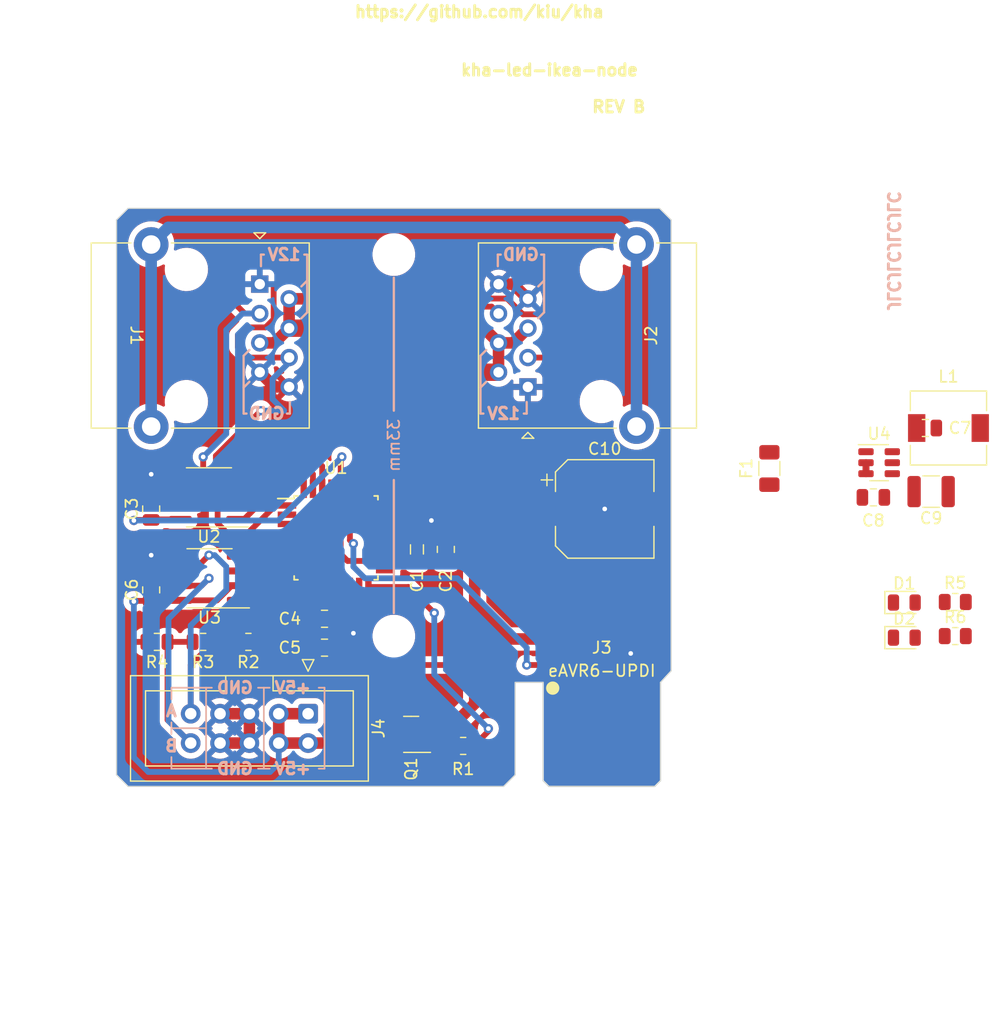
<source format=kicad_pcb>
(kicad_pcb (version 20221018) (generator pcbnew)
  (layers (0 "F.Cu" signal) (31 "B.Cu" signal) (34 "B.Paste" user) (35 "F.Paste" user) (36 "B.SilkS" user "B.Silkscreen") (37 "F.SilkS" user "F.Silkscreen") (38 "B.Mask" user) (39 "F.Mask" user) (44 "Edge.Cuts" user))
  (net 0 "")
  (net 1 "+5V")
  (net 2 "GND")
  (net 3 "UPDI")
  (net 4 "LED_TX")
  (net 5 "BUS_RX")
  (net 6 "BUS_DIR")
  (net 7 "BUS_TX")
  (net 8 "LED_EN")
  (net 9 "Net-(Q1-G)")
  (net 25 "+12V")
  (net 27 "485A")
  (net 28 "485B")
  (net 33 "Net-(J4-Pin_1)")
  (net 34 "Net-(U4-SW)")
  (net 35 "Net-(U4-BST)")
  (net 36 "Net-(U4-EN)")
  (net 37 "Net-(J1-PadSH)")
  (net 38 "Net-(J4-Pin_9)")
  (net 39 "Net-(J4-Pin_10)")
  (net 40 "Net-(D1-K)")
  (net 41 "Net-(D1-A)")
  (net 42 "Net-(D2-K)")
  (net 43 "Net-(D2-A)")
  (footprint "Resistor_SMD:R_0805_2012Metric" (layer "F.Cu") (at 97.5 75.5 180)
    (fp_text reference "R3" (at 0 -1.75 180) (layer "F.SilkS"))
    (fp_text value "R")
    (pad "1" smd roundrect (at -0.9125 0 180) (size 1.025 1.4) (layers "F.Cu" "F.Paste" "F.Mask") (roundrect_rratio 0.243902) (net 38 "Net-(J4-Pin_9)"))
    (pad "2" smd roundrect (at 0.9125 0 180) (size 1.025 1.4) (layers "F.Cu" "F.Paste" "F.Mask") (roundrect_rratio 0.243902) (net 39 "Net-(J4-Pin_10)"))
  )
  (footprint "Capacitor_SMD:C_1210_3225Metric" (layer "F.Cu") (at 160.5 62.5 180)
    (fp_text reference "C9" (at 0 -2.3 180) (layer "F.SilkS"))
    (fp_text value "47uF")
    (pad "1" smd roundrect (at -1.475 0 180) (size 1.15 2.7) (layers "F.Cu" "F.Paste" "F.Mask") (roundrect_rratio 0.217391) (net 1 "+5V"))
    (pad "2" smd roundrect (at 1.475 0 180) (size 1.15 2.7) (layers "F.Cu" "F.Paste" "F.Mask") (roundrect_rratio 0.217391) (net 2 "GND"))
  )
  (footprint "Resistor_SMD:R_0805_2012Metric" (layer "F.Cu") (at 93.5 75.5 180)
    (fp_text reference "R4" (at 0 -1.75 180) (layer "F.SilkS"))
    (fp_text value "R")
    (pad "1" smd roundrect (at -0.9125 0 180) (size 1.025 1.4) (layers "F.Cu" "F.Paste" "F.Mask") (roundrect_rratio 0.243902) (net 39 "Net-(J4-Pin_10)"))
    (pad "2" smd roundrect (at 0.9125 0 180) (size 1.025 1.4) (layers "F.Cu" "F.Paste" "F.Mask") (roundrect_rratio 0.243902) (net 2 "GND"))
  )
  (footprint "Capacitor_SMD:CP_Elec_8x10" (layer "F.Cu") (at 132.25 64)
    (fp_text reference "C10" (at 0 -5.2) (layer "F.SilkS"))
    (fp_text value "470uF")
    (pad "1" smd roundrect (at -3.25 0) (size 3.5 2.5) (layers "F.Cu" "F.Paste" "F.Mask") (roundrect_rratio 0.1) (net 1 "+5V"))
    (pad "2" smd roundrect (at 3.25 0) (size 3.5 2.5) (layers "F.Cu" "F.Paste" "F.Mask") (roundrect_rratio 0.1) (net 2 "GND"))
  )
  (footprint "Fuse:Fuse_1206_3216Metric" (layer "F.Cu") (at 146.5 60.5 -90)
    (fp_text reference "F1" (at 0 2 90) (layer "F.SilkS"))
    (fp_text value "Polyfuse")
    (pad "1" smd roundrect (at -1.4 0 270) (size 1.25 1.75) (layers "F.Cu" "F.Paste" "F.Mask") (roundrect_rratio 0.2) (net 36 "Net-(U4-EN)"))
    (pad "2" smd roundrect (at 1.4 0 270) (size 1.25 1.75) (layers "F.Cu" "F.Paste" "F.Mask") (roundrect_rratio 0.2) (net 25 "+12V"))
  )
  (footprint "MountingHole:MountingHole_3.2mm_M3_DIN965" (layer "F.Cu") (at 114 42)
    (fp_text reference "H1" hide)
    (fp_text value "MountingHole")
    (pad "" np_thru_hole circle (at 0 0) (size 3.2 3.2) (drill 3.2) (layers "*.Cu" "*.Mask"))
  )
  (footprint "Inductor_SMD:L_6.3x6.3_H3" (layer "F.Cu") (at 162 57)
    (fp_text reference "L1" (at 0 -4.45) (layer "F.SilkS"))
    (fp_text value "4.7uH")
    (pad "1" smd rect (at -2.75 0) (size 1.5 2.4) (layers "F.Cu" "F.Paste" "F.Mask") (net 34 "Net-(U4-SW)"))
    (pad "2" smd rect (at 2.75 0) (size 1.5 2.4) (layers "F.Cu" "F.Paste" "F.Mask") (net 1 "+5V"))
  )
  (footprint "Package_SO:SOIC-8_3.9x4.9mm_P1.27mm" (layer "F.Cu") (at 98.05 70 180)
    (fp_text reference "U3" (at 0 -3.4 180) (layer "F.SilkS"))
    (fp_text value "SP481E")
    (pad "1" smd roundrect (at -2.475 -1.905 180) (size 1.95 0.6) (layers "F.Cu" "F.Paste" "F.Mask"))
    (pad "2" smd roundrect (at -2.475 -0.635 180) (size 1.95 0.6) (layers "F.Cu" "F.Paste" "F.Mask") (net 33 "Net-(J4-Pin_1)"))
    (pad "3" smd roundrect (at -2.475 0.635 180) (size 1.95 0.6) (layers "F.Cu" "F.Paste" "F.Mask") (net 33 "Net-(J4-Pin_1)"))
    (pad "4" smd roundrect (at -2.475 1.905 180) (size 1.95 0.6) (layers "F.Cu" "F.Paste" "F.Mask") (net 4 "LED_TX"))
    (pad "5" smd roundrect (at 2.475 1.905 180) (size 1.95 0.6) (layers "F.Cu" "F.Paste" "F.Mask") (net 2 "GND"))
    (pad "6" smd roundrect (at 2.475 0.635 180) (size 1.95 0.6) (layers "F.Cu" "F.Paste" "F.Mask") (net 38 "Net-(J4-Pin_9)"))
    (pad "7" smd roundrect (at 2.475 -0.635 180) (size 1.95 0.6) (layers "F.Cu" "F.Paste" "F.Mask") (net 39 "Net-(J4-Pin_10)"))
    (pad "8" smd roundrect (at 2.475 -1.905 180) (size 1.95 0.6) (layers "F.Cu" "F.Paste" "F.Mask") (net 33 "Net-(J4-Pin_1)"))
  )
  (footprint "Resistor_SMD:R_0805_2012Metric" (layer "F.Cu") (at 162.5875 72.05)
    (fp_text reference "R5" (at 0 -1.65) (layer "F.SilkS"))
    (fp_text value "R")
    (pad "1" smd roundrect (at -0.9125 0) (size 1.025 1.4) (layers "F.Cu" "F.Paste" "F.Mask") (roundrect_rratio 0.243902) (net 40 "Net-(D1-K)"))
    (pad "2" smd roundrect (at 0.9125 0) (size 1.025 1.4) (layers "F.Cu" "F.Paste" "F.Mask") (roundrect_rratio 0.243902) (net 2 "GND"))
  )
  (footprint "kiu:GDLX-S-88K" (layer "F.Cu") (at 93 49 -90)
    (fp_text reference "J1" (at 0 1.27 -90 unlocked) (layer "F.SilkS"))
    (fp_text value "RJ45_Shielded")
    (pad "" np_thru_hole circle (at -5.715 -3.048 270) (size 3.25 3.25) (drill 3.25) (layers "*.Cu" "*.Mask"))
    (pad "" np_thru_hole circle (at 5.715 -3.048 90) (size 3.25 3.25) (drill 3.25) (layers "*.Cu" "*.Mask"))
    (pad "1" thru_hole rect (at -4.445 -9.398 90) (size 1.5 1.5) (drill 0.9) (layers "*.Cu" "*.Mask") (net 2 "GND"))
    (pad "2" thru_hole circle (at -3.175 -11.938 90) (size 1.5 1.5) (drill 0.9) (layers "*.Cu" "*.Mask") (net 25 "+12V"))
    (pad "3" thru_hole circle (at -1.905 -9.398 90) (size 1.5 1.5) (drill 0.9) (layers "*.Cu" "*.Mask") (net 27 "485A"))
    (pad "4" thru_hole circle (at -0.635 -11.938 90) (size 1.5 1.5) (drill 0.9) (layers "*.Cu" "*.Mask") (net 25 "+12V"))
    (pad "5" thru_hole circle (at 0.635 -9.398 90) (size 1.5 1.5) (drill 0.9) (layers "*.Cu" "*.Mask") (net 25 "+12V"))
    (pad "6" thru_hole circle (at 1.905 -11.938 90) (size 1.5 1.5) (drill 0.9) (layers "*.Cu" "*.Mask") (net 28 "485B"))
    (pad "7" thru_hole circle (at 3.175 -9.398 90) (size 1.5 1.5) (drill 0.9) (layers "*.Cu" "*.Mask") (net 2 "GND"))
    (pad "8" thru_hole circle (at 4.445 -11.938 90) (size 1.5 1.5) (drill 0.9) (layers "*.Cu" "*.Mask") (net 2 "GND"))
    (pad "SH" thru_hole circle (at -7.874 0.002 270) (size 3 3) (drill 1.6) (layers "*.Cu" "*.Mask") (net 37 "Net-(J1-PadSH)"))
    (pad "SH" thru_hole circle (at 7.874 0 90) (size 3 3) (drill 1.6) (layers "*.Cu" "*.Mask") (net 37 "Net-(J1-PadSH)"))
  )
  (footprint "Package_TO_SOT_SMD:SOT-23" (layer "F.Cu") (at 115.5 83.5 180)
    (fp_text reference "Q1" (at 0 -3 90) (layer "F.SilkS"))
    (fp_text value "DMG2301L")
    (pad "1" smd roundrect (at -0.9375 -0.95 180) (size 1.475 0.6) (layers "F.Cu" "F.Paste" "F.Mask") (net 9 "Net-(Q1-G)"))
    (pad "2" smd roundrect (at -0.9375 0.95 180) (size 1.475 0.6) (layers "F.Cu" "F.Paste" "F.Mask") (net 1 "+5V"))
    (pad "3" smd roundrect (at 0.9375 0 180) (size 1.475 0.6) (layers "F.Cu" "F.Paste" "F.Mask") (net 33 "Net-(J4-Pin_1)"))
  )
  (footprint "LED_SMD:LED_0805_2012Metric" (layer "F.Cu") (at 158.1775 72.095)
    (fp_text reference "D1" (at 0 -1.65) (layer "F.SilkS"))
    (fp_text value "LED")
    (pad "1" smd roundrect (at -0.9375 0) (size 0.975 1.4) (layers "F.Cu" "F.Paste" "F.Mask") (net 40 "Net-(D1-K)"))
    (pad "2" smd roundrect (at 0.9375 0) (size 0.975 1.4) (layers "F.Cu" "F.Paste" "F.Mask") (net 41 "Net-(D1-A)"))
  )
  (footprint "MountingHole:MountingHole_3.2mm_M3_DIN965" (layer "F.Cu") (at 114 75)
    (fp_text reference "H2" hide)
    (fp_text value "MountingHole")
    (pad "" np_thru_hole circle (at 0 0) (size 3.2 3.2) (drill 3.2) (layers "*.Cu" "*.Mask"))
  )
  (footprint "Package_QFP:TQFP-32_7x7mm_P0.8mm" (layer "F.Cu") (at 109 66.5)
    (fp_text reference "U1" (at 0 -6.05) (layer "F.SilkS"))
    (fp_text value "AVR64DD32")
    (pad "1" smd rect (at -4.25 -2.8) (size 1.6 0.55) (layers "F.Cu" "F.Paste" "F.Mask") (net 6 "BUS_DIR"))
    (pad "2" smd rect (at -4.25 -2) (size 1.6 0.55) (layers "F.Cu" "F.Paste" "F.Mask"))
    (pad "3" smd rect (at -4.25 -1.2) (size 1.6 0.55) (layers "F.Cu" "F.Paste" "F.Mask"))
    (pad "4" smd rect (at -4.25 -0.4) (size 1.6 0.55) (layers "F.Cu" "F.Paste" "F.Mask"))
    (pad "5" smd rect (at -4.25 0.4) (size 1.6 0.55) (layers "F.Cu" "F.Paste" "F.Mask"))
    (pad "6" smd rect (at -4.25 1.2) (size 1.6 0.55) (layers "F.Cu" "F.Paste" "F.Mask") (net 4 "LED_TX"))
    (pad "7" smd rect (at -4.25 2) (size 1.6 0.55) (layers "F.Cu" "F.Paste" "F.Mask"))
    (pad "8" smd rect (at -4.25 2.8) (size 1.6 0.55) (layers "F.Cu" "F.Paste" "F.Mask"))
    (pad "9" smd rect (at -2.8 4.25 90) (size 1.6 0.55) (layers "F.Cu" "F.Paste" "F.Mask"))
    (pad "10" smd rect (at -2 4.25 90) (size 1.6 0.55) (layers "F.Cu" "F.Paste" "F.Mask") (net 1 "+5V"))
    (pad "11" smd rect (at -1.2 4.25 90) (size 1.6 0.55) (layers "F.Cu" "F.Paste" "F.Mask"))
    (pad "12" smd rect (at -0.4 4.25 90) (size 1.6 0.55) (layers "F.Cu" "F.Paste" "F.Mask"))
    (pad "13" smd rect (at 0.4 4.25 90) (size 1.6 0.55) (layers "F.Cu" "F.Paste" "F.Mask"))
    (pad "14" smd rect (at 1.2 4.25 90) (size 1.6 0.55) (layers "F.Cu" "F.Paste" "F.Mask"))
    (pad "15" smd rect (at 2 4.25 90) (size 1.6 0.55) (layers "F.Cu" "F.Paste" "F.Mask"))
    (pad "16" smd rect (at 2.8 4.25 90) (size 1.6 0.55) (layers "F.Cu" "F.Paste" "F.Mask") (net 8 "LED_EN"))
    (pad "17" smd rect (at 4.25 2.8) (size 1.6 0.55) (layers "F.Cu" "F.Paste" "F.Mask"))
    (pad "18" smd rect (at 4.25 2) (size 1.6 0.55) (layers "F.Cu" "F.Paste" "F.Mask") (net 1 "+5V"))
    (pad "19" smd rect (at 4.25 1.2) (size 1.6 0.55) (layers "F.Cu" "F.Paste" "F.Mask") (net 2 "GND"))
    (pad "20" smd rect (at 4.25 0.4) (size 1.6 0.55) (layers "F.Cu" "F.Paste" "F.Mask") (net 43 "Net-(D2-A)"))
    (pad "21" smd rect (at 4.25 -0.4) (size 1.6 0.55) (layers "F.Cu" "F.Paste" "F.Mask") (net 41 "Net-(D1-A)"))
    (pad "22" smd rect (at 4.25 -1.2) (size 1.6 0.55) (layers "F.Cu" "F.Paste" "F.Mask"))
    (pad "23" smd rect (at 4.25 -2) (size 1.6 0.55) (layers "F.Cu" "F.Paste" "F.Mask"))
    (pad "24" smd rect (at 4.25 -2.8) (size 1.6 0.55) (layers "F.Cu" "F.Paste" "F.Mask"))
    (pad "25" smd rect (at 2.8 -4.25 90) (size 1.6 0.55) (layers "F.Cu" "F.Paste" "F.Mask"))
    (pad "26" smd rect (at 2 -4.25 90) (size 1.6 0.55) (layers "F.Cu" "F.Paste" "F.Mask"))
    (pad "27" smd rect (at 1.2 -4.25 90) (size 1.6 0.55) (layers "F.Cu" "F.Paste" "F.Mask") (net 3 "UPDI"))
    (pad "28" smd rect (at 0.4 -4.25 90) (size 1.6 0.55) (layers "F.Cu" "F.Paste" "F.Mask") (net 1 "+5V"))
    (pad "29" smd rect (at -0.4 -4.25 90) (size 1.6 0.55) (layers "F.Cu" "F.Paste" "F.Mask") (net 2 "GND"))
    (pad "30" smd rect (at -1.2 -4.25 90) (size 1.6 0.55) (layers "F.Cu" "F.Paste" "F.Mask") (net 7 "BUS_TX"))
    (pad "31" smd rect (at -2 -4.25 90) (size 1.6 0.55) (layers "F.Cu" "F.Paste" "F.Mask") (net 5 "BUS_RX"))
    (pad "32" smd rect (at -2.8 -4.25 90) (size 1.6 0.55) (layers "F.Cu" "F.Paste" "F.Mask"))
  )
  (footprint "Resistor_SMD:R_0805_2012Metric" (layer "F.Cu") (at 162.5875 75)
    (fp_text reference "R6" (at 0 -1.65) (layer "F.SilkS"))
    (fp_text value "R")
    (pad "1" smd roundrect (at -0.9125 0) (size 1.025 1.4) (layers "F.Cu" "F.Paste" "F.Mask") (roundrect_rratio 0.243902) (net 42 "Net-(D2-K)"))
    (pad "2" smd roundrect (at 0.9125 0) (size 1.025 1.4) (layers "F.Cu" "F.Paste" "F.Mask") (roundrect_rratio 0.243902) (net 2 "GND"))
  )
  (footprint "Capacitor_SMD:C_0805_2012Metric" (layer "F.Cu") (at 118.5 67.5 90)
    (fp_text reference "C2" (at -2.75 0 90) (layer "F.SilkS"))
    (fp_text value "100nF")
    (pad "1" smd roundrect (at -0.95 0 90) (size 1 1.45) (layers "F.Cu" "F.Paste" "F.Mask") (net 1 "+5V"))
    (pad "2" smd roundrect (at 0.95 0 90) (size 1 1.45) (layers "F.Cu" "F.Paste" "F.Mask") (net 2 "GND"))
  )
  (footprint "Resistor_SMD:R_0805_2012Metric" (layer "F.Cu") (at 101.4125 75.5 180)
    (fp_text reference "R2" (at 0 -1.75 180) (layer "F.SilkS"))
    (fp_text value "R")
    (pad "1" smd roundrect (at -0.9125 0 180) (size 1.025 1.4) (layers "F.Cu" "F.Paste" "F.Mask") (roundrect_rratio 0.243902) (net 33 "Net-(J4-Pin_1)"))
    (pad "2" smd roundrect (at 0.9125 0 180) (size 1.025 1.4) (layers "F.Cu" "F.Paste" "F.Mask") (roundrect_rratio 0.243902) (net 38 "Net-(J4-Pin_9)"))
  )
  (footprint "Package_SO:SOIC-8_3.9x4.9mm_P1.27mm" (layer "F.Cu") (at 98 63 180)
    (fp_text reference "U2" (at 0 -3.4 180) (layer "F.SilkS"))
    (fp_text value "SP481E")
    (pad "1" smd roundrect (at -2.475 -1.905 180) (size 1.95 0.6) (layers "F.Cu" "F.Paste" "F.Mask") (net 5 "BUS_RX"))
    (pad "2" smd roundrect (at -2.475 -0.635 180) (size 1.95 0.6) (layers "F.Cu" "F.Paste" "F.Mask") (net 6 "BUS_DIR"))
    (pad "3" smd roundrect (at -2.475 0.635 180) (size 1.95 0.6) (layers "F.Cu" "F.Paste" "F.Mask") (net 6 "BUS_DIR"))
    (pad "4" smd roundrect (at -2.475 1.905 180) (size 1.95 0.6) (layers "F.Cu" "F.Paste" "F.Mask") (net 7 "BUS_TX"))
    (pad "5" smd roundrect (at 2.475 1.905 180) (size 1.95 0.6) (layers "F.Cu" "F.Paste" "F.Mask") (net 2 "GND"))
    (pad "6" smd roundrect (at 2.475 0.635 180) (size 1.95 0.6) (layers "F.Cu" "F.Paste" "F.Mask") (net 27 "485A"))
    (pad "7" smd roundrect (at 2.475 -0.635 180) (size 1.95 0.6) (layers "F.Cu" "F.Paste" "F.Mask") (net 28 "485B"))
    (pad "8" smd roundrect (at 2.475 -1.905 180) (size 1.95 0.6) (layers "F.Cu" "F.Paste" "F.Mask") (net 1 "+5V"))
  )
  (footprint "Capacitor_SMD:C_0805_2012Metric" (layer "F.Cu") (at 160 57 180)
    (fp_text reference "C7" (at -3 0) (layer "F.SilkS"))
    (fp_text value "100nF")
    (pad "1" smd roundrect (at -0.95 0 180) (size 1 1.45) (layers "F.Cu" "F.Paste" "F.Mask") (net 34 "Net-(U4-SW)"))
    (pad "2" smd roundrect (at 0.95 0 180) (size 1 1.45) (layers "F.Cu" "F.Paste" "F.Mask") (net 35 "Net-(U4-BST)"))
  )
  (footprint "Capacitor_SMD:C_0805_2012Metric" (layer "F.Cu") (at 108 73.5)
    (fp_text reference "C4" (at -3 0) (layer "F.SilkS"))
    (fp_text value "10nF")
    (pad "1" smd roundrect (at -0.95 0) (size 1 1.45) (layers "F.Cu" "F.Paste" "F.Mask") (net 1 "+5V"))
    (pad "2" smd roundrect (at 0.95 0) (size 1 1.45) (layers "F.Cu" "F.Paste" "F.Mask") (net 2 "GND"))
  )
  (footprint "Capacitor_SMD:C_0805_2012Metric" (layer "F.Cu") (at 155.5 63 180)
    (fp_text reference "C8" (at 0 -2) (layer "F.SilkS"))
    (fp_text value "10uF")
    (pad "1" smd roundrect (at -0.95 0 180) (size 1 1.45) (layers "F.Cu" "F.Paste" "F.Mask") (net 2 "GND"))
    (pad "2" smd roundrect (at 0.95 0 180) (size 1 1.45) (layers "F.Cu" "F.Paste" "F.Mask") (net 36 "Net-(U4-EN)"))
  )
  (footprint "Package_TO_SOT_SMD:TSOT-23-6" (layer "F.Cu") (at 156 60)
    (fp_text reference "U4" (at 0 -2.5) (layer "F.SilkS"))
    (fp_text value "AP63205WU")
    (pad "1" smd roundrect (at -1.1375 -0.95) (size 1.325 0.6) (layers "F.Cu" "F.Paste" "F.Mask") (net 1 "+5V"))
    (pad "2" smd roundrect (at -1.1375 0) (size 1.325 0.6) (layers "F.Cu" "F.Paste" "F.Mask") (net 36 "Net-(U4-EN)"))
    (pad "3" smd roundrect (at -1.1375 0.95) (size 1.325 0.6) (layers "F.Cu" "F.Paste" "F.Mask") (net 36 "Net-(U4-EN)"))
    (pad "4" smd roundrect (at 1.1375 0.95) (size 1.325 0.6) (layers "F.Cu" "F.Paste" "F.Mask") (net 2 "GND"))
    (pad "5" smd roundrect (at 1.1375 0) (size 1.325 0.6) (layers "F.Cu" "F.Paste" "F.Mask") (net 34 "Net-(U4-SW)"))
    (pad "6" smd roundrect (at 1.1375 -0.95) (size 1.325 0.6) (layers "F.Cu" "F.Paste" "F.Mask") (net 35 "Net-(U4-BST)"))
  )
  (footprint "Capacitor_SMD:C_0805_2012Metric" (layer "F.Cu") (at 108 76)
    (fp_text reference "C5" (at -3 0) (layer "F.SilkS"))
    (fp_text value "100nF")
    (pad "1" smd roundrect (at -0.95 0) (size 1 1.45) (layers "F.Cu" "F.Paste" "F.Mask") (net 1 "+5V"))
    (pad "2" smd roundrect (at 0.95 0) (size 1 1.45) (layers "F.Cu" "F.Paste" "F.Mask") (net 2 "GND"))
  )
  (footprint "Capacitor_SMD:C_0805_2012Metric" (layer "F.Cu") (at 93 64 90)
    (fp_text reference "C3" (at 0 -1.68 90) (layer "F.SilkS"))
    (fp_text value "100nF")
    (pad "1" smd roundrect (at -0.95 0 90) (size 1 1.45) (layers "F.Cu" "F.Paste" "F.Mask") (net 1 "+5V"))
    (pad "2" smd roundrect (at 0.95 0 90) (size 1 1.45) (layers "F.Cu" "F.Paste" "F.Mask") (net 2 "GND"))
  )
  (footprint "kiu:GDLX-S-88K" (layer "F.Cu") (at 135 49 90)
    (fp_text reference "J2" (at 0 1.27 90 unlocked) (layer "F.SilkS"))
    (fp_text value "RJ45_Shielded")
    (pad "" np_thru_hole circle (at -5.715 -3.048 90) (size 3.25 3.25) (drill 3.25) (layers "*.Cu" "*.Mask"))
    (pad "" np_thru_hole circle (at 5.715 -3.048 270) (size 3.25 3.25) (drill 3.25) (layers "*.Cu" "*.Mask"))
    (pad "1" thru_hole rect (at -4.445 -9.398 270) (size 1.5 1.5) (drill 0.9) (layers "*.Cu" "*.Mask") (net 2 "GND"))
    (pad "2" thru_hole circle (at -3.175 -11.938 270) (size 1.5 1.5) (drill 0.9) (layers "*.Cu" "*.Mask") (net 25 "+12V"))
    (pad "3" thru_hole circle (at -1.905 -9.398 270) (size 1.5 1.5) (drill 0.9) (layers "*.Cu" "*.Mask") (net 27 "485A"))
    (pad "4" thru_hole circle (at -0.635 -11.938 270) (size 1.5 1.5) (drill 0.9) (layers "*.Cu" "*.Mask") (net 25 "+12V"))
    (pad "5" thru_hole circle (at 0.635 -9.398 270) (size 1.5 1.5) (drill 0.9) (layers "*.Cu" "*.Mask") (net 25 "+12V"))
    (pad "6" thru_hole circle (at 1.905 -11.938 270) (size 1.5 1.5) (drill 0.9) (layers "*.Cu" "*.Mask") (net 28 "485B"))
    (pad "7" thru_hole circle (at 3.175 -9.398 270) (size 1.5 1.5) (drill 0.9) (layers "*.Cu" "*.Mask") (net 2 "GND"))
    (pad "8" thru_hole circle (at 4.445 -11.938 270) (size 1.5 1.5) (drill 0.9) (layers "*.Cu" "*.Mask") (net 2 "GND"))
    (pad "SH" thru_hole circle (at -7.874 0.002 90) (size 3 3) (drill 1.6) (layers "*.Cu" "*.Mask") (net 37 "Net-(J1-PadSH)"))
    (pad "SH" thru_hole circle (at 7.874 0 270) (size 3 3) (drill 1.6) (layers "*.Cu" "*.Mask") (net 37 "Net-(J1-PadSH)"))
  )
  (footprint "Inductor_SMD:L_0805_2012Metric" (layer "F.Cu") (at 116 67.5 90)
    (fp_text reference "C1" (at -2.75 0 90) (layer "F.SilkS"))
    (fp_text value "10nF")
    (pad "1" smd roundrect (at -1.0625 0 90) (size 0.875 1.2) (layers "F.Cu" "F.Paste" "F.Mask") (net 1 "+5V"))
    (pad "2" smd roundrect (at 1.0625 0 90) (size 0.875 1.2) (layers "F.Cu" "F.Paste" "F.Mask") (net 2 "GND"))
  )
  (footprint "LED_SMD:LED_0805_2012Metric" (layer "F.Cu") (at 158.1775 75.135)
    (fp_text reference "D2" (at 0 -1.65) (layer "F.SilkS"))
    (fp_text value "LED")
    (pad "1" smd roundrect (at -0.9375 0) (size 0.975 1.4) (layers "F.Cu" "F.Paste" "F.Mask") (net 42 "Net-(D2-K)"))
    (pad "2" smd roundrect (at 0.9375 0) (size 0.975 1.4) (layers "F.Cu" "F.Paste" "F.Mask") (net 43 "Net-(D2-A)"))
  )
  (footprint "Connector_IDC:IDC-Header_2x05_P2.54mm_Vertical" (layer "F.Cu") (at 106.58 81.7125 -90)
    (fp_text reference "J4" (at 1.27 -6.1 -90) (layer "F.SilkS"))
    (fp_text value "Conn_01x10")
    (pad "1" thru_hole roundrect (at 0 0 270) (size 1.7 1.7) (drill 1) (layers "*.Cu" "*.Mask") (roundrect_rratio 0.147059) (net 33 "Net-(J4-Pin_1)"))
    (pad "2" thru_hole circle (at 2.54 0 270) (size 1.7 1.7) (drill 1) (layers "*.Cu" "*.Mask") (net 33 "Net-(J4-Pin_1)"))
    (pad "3" thru_hole circle (at 0 2.54 270) (size 1.7 1.7) (drill 1) (layers "*.Cu" "*.Mask") (net 33 "Net-(J4-Pin_1)"))
    (pad "4" thru_hole circle (at 2.54 2.54 270) (size 1.7 1.7) (drill 1) (layers "*.Cu" "*.Mask") (net 33 "Net-(J4-Pin_1)"))
    (pad "5" thru_hole circle (at 0 5.08 270) (size 1.7 1.7) (drill 1) (layers "*.Cu" "*.Mask") (net 2 "GND"))
    (pad "6" thru_hole circle (at 2.54 5.08 270) (size 1.7 1.7) (drill 1) (layers "*.Cu" "*.Mask") (net 2 "GND"))
    (pad "7" thru_hole circle (at 0 7.62 270) (size 1.7 1.7) (drill 1) (layers "*.Cu" "*.Mask") (net 2 "GND"))
    (pad "8" thru_hole circle (at 2.54 7.62 270) (size 1.7 1.7) (drill 1) (layers "*.Cu" "*.Mask") (net 2 "GND"))
    (pad "9" thru_hole circle (at 0 10.16 270) (size 1.7 1.7) (drill 1) (layers "*.Cu" "*.Mask") (net 38 "Net-(J4-Pin_9)"))
    (pad "10" thru_hole circle (at 2.54 10.16 270) (size 1.7 1.7) (drill 1) (layers "*.Cu" "*.Mask") (net 39 "Net-(J4-Pin_10)"))
  )
  (footprint "Capacitor_SMD:C_0805_2012Metric" (layer "F.Cu") (at 93 71 90)
    (fp_text reference "C6" (at 0 -1.68 90) (layer "F.SilkS"))
    (fp_text value "100nF")
    (pad "1" smd roundrect (at -0.95 0 90) (size 1 1.45) (layers "F.Cu" "F.Paste" "F.Mask") (net 33 "Net-(J4-Pin_1)"))
    (pad "2" smd roundrect (at 0.95 0 90) (size 1 1.45) (layers "F.Cu" "F.Paste" "F.Mask") (net 2 "GND"))
  )
  (footprint "Resistor_SMD:R_0805_2012Metric" (layer "F.Cu") (at 120 84.5)
    (fp_text reference "R1" (at 0 2) (layer "F.SilkS"))
    (fp_text value "10R")
    (pad "1" smd roundrect (at -0.9125 0) (size 1.025 1.4) (layers "F.Cu" "F.Paste" "F.Mask") (roundrect_rratio 0.243902) (net 9 "Net-(Q1-G)"))
    (pad "2" smd roundrect (at 0.9125 0) (size 1.025 1.4) (layers "F.Cu" "F.Paste" "F.Mask") (roundrect_rratio 0.243902) (net 8 "LED_EN"))
  )
  (footprint "kiu-eAVR:eAVR6-UPDI-F" (layer "F.Cu") (at 132 88)
    (fp_text reference "J3" (at 0 -12) (layer "F.SilkS"))
    (fp_text value "AVR-UPDI-6" hide)
    (fp_text user "eAVR6-UPDI" (at 0 -10 unlocked) (layer "F.SilkS"))
    (fp_line (start -5.08 -9) (end -5.08 -0.5) (stroke (width 0.12)) (layer "Edge.Cuts"))
    (fp_line (start -5.08 -0.5) (end -4.58 0) (stroke (width 0.12)) (layer "Edge.Cuts"))
    (fp_line (start -4.58 0) (end 4.58 0) (stroke (width 0.12)) (layer "Edge.Cuts"))
    (fp_line (start 5.08 -9) (end 5.08 -0.5) (stroke (width 0.12)) (layer "Edge.Cuts"))
    (fp_line (start 5.08 -0.5) (end 4.58 0) (stroke (width 0.12)) (layer "Edge.Cuts"))
    (pad "1" connect rect (at -2.54 -5) (size 1.4 8) (layers "F.Cu" "F.Mask") (net 3 "UPDI"))
    (pad "2" connect rect (at 0 -5) (size 1.4 8) (layers "F.Cu" "F.Mask") (net 1 "+5V"))
    (pad "6" connect rect (at 2.54 -5) (size 1.4 8) (layers "F.Cu" "F.Mask") (net 2 "GND"))
  )
  (gr_line (start 106 44.75) (end 106.5 44.25) (stroke (width 0.2)) (layer "B.SilkS"))
  (gr_line (start 103.25 79.465) (end 102.25 79.465) (stroke (width 0.15)) (layer "B.SilkS"))
  (gr_line (start 122 53) (end 121.5 53.5) (stroke (width 0.2)) (layer "B.SilkS"))
  (gr_line (start 105 54.75) (end 105 55.75) (stroke (width 0.2)) (layer "B.SilkS"))
  (gr_line (start 98.25 79.465) (end 94.75 79.465) (stroke (width 0.15)) (layer "B.SilkS"))
  (gr_line (start 125.5 54.75) (end 125.5 55.75) (stroke (width 0.2)) (layer "B.SilkS"))
  (gr_line (start 97.75 79.465) (end 97.75 86.465) (stroke (width 0.15)) (layer "B.SilkS"))
  (gr_line (start 101 55.75) (end 101.25 55.75) (stroke (width 0.2)) (layer "B.SilkS"))
  (gr_line (start 102.5 43) (end 102.5 42) (stroke (width 0.2)) (layer "B.SilkS"))
  (gr_line (start 102.25 86.465) (end 103.25 86.465) (stroke (width 0.15)) (layer "B.SilkS"))
  (gr_line (start 126.5 47.5) (end 127 47) (stroke (width 0.2)) (layer "B.SilkS"))
  (gr_line (start 108 86.465) (end 107.5 86.465) (stroke (width 0.15)) (layer "B.SilkS"))
  (gr_line (start 101.5 50.25) (end 101 50.75) (stroke (width 0.2)) (layer "B.SilkS"))
  (gr_line (start 97.75 82.965) (end 94.75 82.965) (stroke (width 0.15)) (layer "B.SilkS"))
  (gr_line (start 105 55.75) (end 104.75 55.75) (stroke (width 0.2)) (layer "B.SilkS"))
  (gr_line (start 94.75 79.465) (end 94.75 80.465) (stroke (width 0.15)) (layer "B.SilkS"))
  (gr_line (start 123 42) (end 123.25 42) (stroke (width 0.2)) (layer "B.SilkS"))
  (gr_line (start 122 50.25) (end 121.5 50.75) (stroke (width 0.2)) (layer "B.SilkS"))
  (gr_line (start 108 79.465) (end 108 86.465) (stroke (width 0.15)) (layer "B.SilkS"))
  (gr_line (start 106 47.5) (end 106.5 47) (stroke (width 0.2)) (layer "B.SilkS"))
  (gr_line (start 102.5 42) (end 102.75 42) (stroke (width 0.2)) (layer "B.SilkS"))
  (gr_line (start 114 61.5) (end 114 73) (stroke (width 0.2)) (layer "B.SilkS"))
  (gr_line (start 125.5 55.75) (end 125.25 55.75) (stroke (width 0.2)) (layer "B.SilkS"))
  (gr_line (start 108 79.465) (end 107.5 79.465) (stroke (width 0.15)) (layer "B.SilkS"))
  (gr_line (start 94.75 85.465) (end 94.75 86.465) (stroke (width 0.15)) (layer "B.SilkS"))
  (gr_line (start 126.5 44.75) (end 127 44.25) (stroke (width 0.2)) (layer "B.SilkS"))
  (gr_line (start 121.5 50.75) (end 121.5 55.75) (stroke (width 0.2)) (layer "B.SilkS"))
  (gr_line (start 127 47) (end 127 42) (stroke (width 0.2)) (layer "B.SilkS"))
  (gr_line (start 102.75 79.465) (end 102.75 86.465) (stroke (width 0.15)) (layer "B.SilkS"))
  (gr_line (start 114 44) (end 114 55.5) (stroke (width 0.2)) (layer "B.SilkS"))
  (gr_line (start 123 43) (end 123 42) (stroke (width 0.2)) (layer "B.SilkS"))
  (gr_line (start 101 50.75) (end 101 55.75) (stroke (width 0.2)) (layer "B.SilkS"))
  (gr_line (start 94.75 82.465) (end 94.75 83.465) (stroke (width 0.15)) (layer "B.SilkS"))
  (gr_line (start 101.5 53) (end 101 53.5) (stroke (width 0.2)) (layer "B.SilkS"))
  (gr_line (start 106.5 47) (end 106.5 42) (stroke (width 0.2)) (layer "B.SilkS"))
  (gr_line (start 94.75 86.465) (end 98.25 86.465) (stroke (width 0.15)) (layer "B.SilkS"))
  (gr_line (start 127 42) (end 126.75 42) (stroke (width 0.2)) (layer "B.SilkS"))
  (gr_line (start 121.5 55.75) (end 121.75 55.75) (stroke (width 0.2)) (layer "B.SilkS"))
  (gr_line (start 106.5 42) (end 106.25 42) (stroke (width 0.2)) (layer "B.SilkS"))
  (gr_line (start 126.92 79) (end 124.5 79) (stroke (width 0.1)) (layer "Edge.Cuts"))
  (gr_line (start 90 39) (end 90 87) (stroke (width 0.1)) (layer "Edge.Cuts"))
  (gr_line (start 138 39) (end 138 78) (stroke (width 0.1)) (layer "Edge.Cuts"))
  (gr_line (start 137.08 79) (end 138 78) (stroke (width 0.1)) (layer "Edge.Cuts"))
  (gr_line (start 90 39) (end 91 38) (stroke (width 0.1)) (layer "Edge.Cuts"))
  (gr_line (start 124.5 87) (end 124.5 79) (stroke (width 0.1)) (layer "Edge.Cuts"))
  (gr_line (start 123.5 88) (end 124.5 87) (stroke (width 0.1)) (layer "Edge.Cuts"))
  (gr_line (start 137 38) (end 138 39) (stroke (width 0.1)) (layer "Edge.Cuts"))
  (gr_line (start 90 87) (end 91 88) (stroke (width 0.1)) (layer "Edge.Cuts"))
  (gr_line (start 91 38) (end 137 38) (stroke (width 0.1)) (layer "Edge.Cuts"))
  (gr_line (start 91 88) (end 123.5 88) (stroke (width 0.1)) (layer "Edge.Cuts"))
  (gr_text "GND" (at 125 42) (layer "B.SilkS") (effects (font (size 1 1) (thickness 0.25)) (justify mirror)))
  (gr_text "+5V" (at 105.25 86.465) (layer "B.SilkS") (effects (font (size 1 1) (thickness 0.25)) (justify mirror)))
  (gr_text "GND" (at 100.25 86.465) (layer "B.SilkS") (effects (font (size 1 1) (thickness 0.25)) (justify mirror)))
  (gr_text "GND" (at 100.25 79.465) (layer "B.SilkS") (effects (font (size 1 1) (thickness 0.25)) (justify mirror)))
  (gr_text "A" (at 94.75 81.465) (layer "B.SilkS") (effects (font (size 1 1) (thickness 0.25)) (justify mirror)))
  (gr_text "12V" (at 104.5 42) (layer "B.SilkS") (effects (font (size 1 1) (thickness 0.25)) (justify mirror)))
  (gr_text "JLCJLCJLCJLC" (at 157.25 47 -90) (layer "B.SilkS") (effects (font (size 1 1) (thickness 0.25)) (justify left mirror)))
  (gr_text "+5V" (at 105.25 79.465) (layer "B.SilkS") (effects (font (size 1 1) (thickness 0.25)) (justify mirror)))
  (gr_text "B" (at 94.75 84.5) (layer "B.SilkS") (effects (font (size 1 1) (thickness 0.25)) (justify mirror)))
  (gr_text "GND" (at 103 55.75) (layer "B.SilkS") (effects (font (size 1 1) (thickness 0.25)) (justify mirror)))
  (gr_text "12V" (at 123.5 55.75) (layer "B.SilkS") (effects (font (size 1 1) (thickness 0.25)) (justify mirror)))
  (gr_text "33mm" (at 114 58.5 90) (layer "B.SilkS") (effects (font (size 1 1)) (justify mirror)))
  (gr_text "REV B" (at 135.89 29.21) (layer "F.SilkS") (effects (font (size 1 1) (thickness 0.25)) (justify right)))
  (gr_text "https://github.com/kiu/kha" (at 110.5 21) (layer "F.SilkS") (effects (font (size 1 1) (thickness 0.25)) (justify left)))
  (gr_text "kha-led-ikea-node" (at 135.255 26.035) (layer "F.SilkS") (effects (font (size 1 1) (thickness 0.25)) (justify right)))
  (segment (start 93 64.95) (end 91.55 64.95) (width 0.5) (layer "F.Cu") (net 1))
  (segment (start 121 60) (end 121 72.5) (width 1) (layer "F.Cu") (net 1))
  (segment (start 95.525 64.905) (end 93.25 64.905) (width 0.5) (layer "F.Cu") (net 1))
  (segment (start 115.95 68.5) (end 116 68.45) (width 0.5) (layer "F.Cu") (net 1))
  (segment (start 107.5 77.5) (end 119.5 77.5) (width 0.5) (layer "F.Cu") (net 1))
  (segment (start 110 68.5) (end 113.25 68.5) (width 0.5) (layer "F.Cu") (net 1))
  (segment (start 93.25 64.905) (end 93.25 64.95) (width 0.5) (layer "F.Cu") (net 1))
  (segment (start 119.55 68.45) (end 121 67) (width 0.5) (layer "F.Cu") (net 1))
  (segment (start 107.05 76) (end 107.05 77.05) (width 0.5) (layer "F.Cu") (net 1))
  (segment (start 91.55 64.95) (end 91.5 65) (width 0.5) (layer "F.Cu") (net 1))
  (segment (start 109.4 67.9) (end 110 68.5) (width 0.5) (layer "F.Cu") (net 1))
  (segment (start 132 76.5) (end 132 83) (width 1) (layer "F.Cu") (net 1))
  (segment (start 109.4 62.25) (end 109.4 67.9) (width 0.5) (layer "F.Cu") (net 1))
  (segment (start 121 72.5) (end 123.75 75.25) (width 1) (layer "F.Cu") (net 1))
  (segment (start 118.5 68.45) (end 116 68.45) (width 0.5) (layer "F.Cu") (net 1))
  (segment (start 123.75 75.25) (end 130.75 75.25) (width 1) (layer "F.Cu") (net 1))
  (segment (start 109.4 59.6) (end 109.4 62.25) (width 0.5) (layer "F.Cu") (net 1))
  (segment (start 116.4375 82.55) (end 119.28125 82.55) (width 1) (layer "F.Cu") (net 1))
  (segment (start 107 73.45) (end 107.05 73.5) (width 0.5) (layer "F.Cu") (net 1))
  (segment (start 119.5 77.5) (end 121 76) (width 0.5) (layer "F.Cu") (net 1))
  (segment (start 121 74) (end 121 76) (width 1) (layer "F.Cu") (net 1))
  (segment (start 107.05 77.05) (end 107.5 77.5) (width 0.5) (layer "F.Cu") (net 1))
  (segment (start 107.05 73.5) (end 107.05 75.9) (width 0.5) (layer "F.Cu") (net 1))
  (segment (start 121 72.5) (end 121 74) (width 1) (layer "F.Cu") (net 1))
  (segment (start 130.75 75.25) (end 132 76.5) (width 1) (layer "F.Cu") (net 1))
  (segment (start 121 76) (end 121 80.83125) (width 1) (layer "F.Cu") (net 1))
  (segment (start 109.5 59.5) (end 109.4 59.6) (width 0.5) (layer "F.Cu") (net 1))
  (segment (start 118.5 68.45) (end 119.55 68.45) (width 0.5) (layer "F.Cu") (net 1))
  (segment (start 113.25 68.5) (end 115.95 68.5) (width 0.5) (layer "F.Cu") (net 1))
  (segment (start 107 70.75) (end 107 73.45) (width 0.5) (layer "F.Cu") (net 1))
  (segment (start 119.28125 82.55) (end 121 80.83125) (width 1) (layer "F.Cu") (net 1))
  (via (at 91.5 65) (size 0.8) (drill 0.4) (layers "F.Cu" "B.Cu") (net 1))
  (via (at 109.5 59.5) (size 0.8) (drill 0.4) (layers "F.Cu" "B.Cu") (net 1))
  (segment (start 104 65) (end 109.5 59.5) (width 0.5) (layer "B.Cu") (net 1))
  (segment (start 100 65) (end 104 65) (width 0.5) (layer "B.Cu") (net 1))
  (segment (start 91.5 65) (end 100 65) (width 0.5) (layer "B.Cu") (net 1))
  (segment (start 98.96 81.7125) (end 101.5 81.7125) (width 1) (layer "F.Cu") (net 2))
  (segment (start 124.332 44.555) (end 125.602 45.825) (width 1) (layer "F.Cu") (net 2))
  (segment (start 101.5 84.2525) (end 98.96 84.2525) (width 1) (layer "F.Cu") (net 2))
  (segment (start 113.25 67.7) (end 114.85 67.7) (width 0.5) (layer "F.Cu") (net 2))
  (segment (start 104.938 53.445) (end 103.668 53.445) (width 1) (layer "F.Cu") (net 2))
  (segment (start 101.5 81.7125) (end 101.5 84.2525) (width 1) (layer "F.Cu") (net 2))
  (segment (start 134.54 83) (end 134.54 76.54) (width 1) (layer "F.Cu") (net 2))
  (segment (start 93 70.05) (end 93 68) (width 0.5) (layer "F.Cu") (net 2))
  (segment (start 103.668 53.445) (end 102.398 52.175) (width 1) (layer "F.Cu") (net 2))
  (segment (start 114.85 67.7) (end 116 66.55) (width 0.5) (layer "F.Cu") (net 2))
  (segment (start 118.5 66.55) (end 116 66.55) (width 0.5) (layer "F.Cu") (net 2))
  (segment (start 123.062 44.555) (end 124.332 44.555) (width 1) (layer "F.Cu") (net 2))
  (segment (start 134.54 76.54) (end 134.5 76.5) (width 1) (layer "F.Cu") (net 2))
  (segment (start 108.95 73.5) (end 108.95 75.9) (width 0.5) (layer "F.Cu") (net 2))
  (via (at 132.25 64) (size 0.8) (drill 0.4) (layers "F.Cu" "B.Cu") (net 2))
  (via (at 110.5 74.75) (size 0.8) (drill 0.4) (layers "F.Cu" "B.Cu") (net 2))
  (via (at 93 61) (size 0.8) (drill 0.4) (layers "F.Cu" "B.Cu") (net 2))
  (via (at 134.5 76.5) (size 0.8) (drill 0.4) (layers "F.Cu" "B.Cu") (net 2))
  (via (at 93 68) (size 0.8) (drill 0.4) (layers "F.Cu" "B.Cu") (net 2))
  (via (at 117.25 65) (size 0.8) (drill 0.4) (layers "F.Cu" "B.Cu") (net 2))
  (segment (start 125.5 77.5) (end 128 77.5) (width 0.5) (layer "F.Cu") (net 3))
  (segment (start 110.2 62.25) (end 110.1505 62.2995) (width 0.5) (layer "F.Cu") (net 3))
  (segment (start 128 77.5) (end 128.5 78) (width 0.5) (layer "F.Cu") (net 3))
  (segment (start 110.2 62.25) (end 110.2 66.7) (width 0.5) (layer "F.Cu") (net 3))
  (segment (start 129.46 78.96) (end 128.5 78) (width 0.5) (layer "F.Cu") (net 3))
  (segment (start 110.2 66.7) (end 110.5 67) (width 0.5) (layer "F.Cu") (net 3))
  (segment (start 129.46 83) (end 129.46 78.96) (width 0.5) (layer "F.Cu") (net 3))
  (via (at 110.5 67) (size 0.8) (drill 0.4) (layers "F.Cu" "B.Cu") (net 3))
  (via (at 125.5 77.5) (size 0.8) (drill 0.4) (layers "F.Cu" "B.Cu") (net 3))
  (segment (start 125.5 76) (end 125.5 77.5) (width 0.5) (layer "B.Cu") (net 3))
  (segment (start 119.5 70) (end 125.5 76) (width 0.5) (layer "B.Cu") (net 3))
  (segment (start 110.5 69) (end 111.5 70) (width 0.5) (layer "B.Cu") (net 3))
  (segment (start 111.5 70) (end 119.5 70) (width 0.5) (layer "B.Cu") (net 3))
  (segment (start 110.5 67) (end 110.5 69) (width 0.5) (layer "B.Cu") (net 3))
  (segment (start 104.75 67.7) (end 100.92 67.7) (width 0.5) (layer "F.Cu") (net 4))
  (segment (start 100.92 67.7) (end 100.525 68.095) (width 0.5) (layer "F.Cu") (net 4))
  (segment (start 101.028528 64.905) (end 100.475 64.905) (width 0.5) (layer "F.Cu") (net 5))
  (segment (start 106 60) (end 103.5 60) (width 0.5) (layer "F.Cu") (net 5))
  (segment (start 103.5 60) (end 102.5 61) (width 0.5) (layer "F.Cu") (net 5))
  (segment (start 107 61) (end 106 60) (width 0.5) (layer "F.Cu") (net 5))
  (segment (start 107 62.25) (end 107 61) (width 0.5) (layer "F.Cu") (net 5))
  (segment (start 102.5 61) (end 102.5 63.433528) (width 0.5) (layer "F.Cu") (net 5))
  (segment (start 102.5 63.433528) (end 101.028528 64.905) (width 0.5) (layer "F.Cu") (net 5))
  (segment (start 101.45 66) (end 99.5 66) (width 0.5) (layer "F.Cu") (net 6))
  (segment (start 99.5 66) (end 98.75 65.25) (width 0.5) (layer "F.Cu") (net 6))
  (segment (start 103.75 63.7) (end 101.45 66) (width 0.5) (layer "F.Cu") (net 6))
  (segment (start 98.75 64.135) (end 99.25 63.635) (width 0.5) (layer "F.Cu") (net 6))
  (segment (start 98.75 65.25) (end 98.75 64.135) (width 0.5) (layer "F.Cu") (net 6))
  (segment (start 104.75 63.7) (end 103.75 63.7) (width 0.5) (layer "F.Cu") (net 6))
  (segment (start 100.475 62.365) (end 100.475 63.635) (width 0.5) (layer "F.Cu") (net 6))
  (segment (start 99.25 63.635) (end 100.475 63.635) (width 0.5) (layer "F.Cu") (net 6))
  (segment (start 100.475 60.025) (end 100.475 61.095) (width 0.5) (layer "F.Cu") (net 7))
  (segment (start 107.8 62.25) (end 107.8 60.3) (width 0.5) (layer "F.Cu") (net 7))
  (segment (start 101.5 59) (end 100.475 60.025) (width 0.5) (layer "F.Cu") (net 7))
  (segment (start 106.5 59) (end 101.5 59) (width 0.5) (layer "F.Cu") (net 7))
  (segment (start 107.8 60.3) (end 106.5 59) (width 0.5) (layer "F.Cu") (net 7))
  (segment (start 122.18125 83.23125) (end 120.9125 84.5) (width 0.5) (layer "F.Cu") (net 8))
  (segment (start 122.18125 83) (end 122.18125 83.23125) (width 0.5) (layer "F.Cu") (net 8))
  (segment (start 115.25 70.75) (end 117.5 73) (width 0.5) (layer "F.Cu") (net 8))
  (segment (start 111.8 70.75) (end 115.25 70.75) (width 0.5) (layer "F.Cu") (net 8))
  (via (at 122.18125 83) (size 0.8) (drill 0.4) (layers "F.Cu" "B.Cu") (net 8))
  (via (at 117.5 73) (size 0.8) (drill 0.4) (layers "F.Cu" "B.Cu") (net 8))
  (segment (start 117.5 78.31875) (end 122.18125 83) (width 0.5) (layer "B.Cu") (net 8))
  (segment (start 117.5 73) (end 117.5 78.31875) (width 0.5) (layer "B.Cu") (net 8))
  (segment (start 119.18125 84.45) (end 119.19375 84.4625) (width 0.5) (layer "F.Cu") (net 9))
  (segment (start 116.4375 84.45) (end 119.18125 84.45) (width 0.5) (layer "F.Cu") (net 9))
  (segment (start 104.938 45.825) (end 104.938 48.365) (width 1) (layer "F.Cu") (net 25))
  (segment (start 123.062 49.635) (end 124.332 49.635) (width 1) (layer "F.Cu") (net 25))
  (segment (start 104.938 45.825) (end 110.325 45.825) (width 1) (layer "F.Cu") (net 25))
  (segment (start 110.325 45.825) (end 112 47.5) (width 1) (layer "F.Cu") (net 25))
  (segment (start 112 47.5) (end 120.927 47.5) (width 1) (layer "F.Cu") (net 25))
  (segment (start 120.927 47.5) (end 123.062 49.635) (width 1) (layer "F.Cu") (net 25))
  (segment (start 108.865 48.365) (end 111 50.5) (width 1.5) (layer "F.Cu") (net 25))
  (segment (start 104.938 48.365) (end 108.865 48.365) (width 1.5) (layer "F.Cu") (net 25))
  (segment (start 111 50.5) (end 119 50.5) (width 1.5) (layer "F.Cu") (net 25))
  (segment (start 120.675 52.175) (end 123.062 52.175) (width 1.5) (layer "F.Cu") (net 25))
  (segment (start 104.938 48.365) (end 103.668 49.635) (width 1) (layer "F.Cu") (net 25))
  (segment (start 119 50.5) (end 120.675 52.175) (width 1.5) (layer "F.Cu") (net 25))
  (segment (start 103.668 49.635) (end 102.398 49.635) (width 1) (layer "F.Cu") (net 25))
  (segment (start 123.062 49.635) (end 123.062 52.175) (width 1) (layer "F.Cu") (net 25))
  (segment (start 124.332 49.635) (end 125.602 48.365) (width 1) (layer "F.Cu") (net 25))
  (segment (start 125.602 50.905) (end 127.095 50.905) (width 0.5) (layer "F.Cu") (net 27))
  (segment (start 127.5 50.5) (end 127.5 48) (width 0.5) (layer "F.Cu") (net 27))
  (segment (start 127.095 50.905) (end 127.5 50.5) (width 0.5) (layer "F.Cu") (net 27))
  (segment (start 123.800499 45.800499) (end 113.300499 45.800499) (width 0.5) (layer "F.Cu") (net 27))
  (segment (start 126.665 47.165) (end 125.165 47.165) (width 0.5) (layer "F.Cu") (net 27))
  (segment (start 101 43) (end 100.5 43.5) (width 0.5) (layer "F.Cu") (net 27))
  (segment (start 100.5 43.5) (end 100.5 46.5) (width 0.5) (layer "F.Cu") (net 27))
  (segment (start 127.5 48) (end 126.665 47.165) (width 0.5) (layer "F.Cu") (net 27))
  (segment (start 97.5 61.5) (end 97.5 59.5) (width 0.5) (layer "F.Cu") (net 27))
  (segment (start 101.095 47.095) (end 102.398 47.095) (width 0.5) (layer "F.Cu") (net 27))
  (segment (start 96.635 62.365) (end 97.5 61.5) (width 0.5) (layer "F.Cu") (net 27))
  (segment (start 95.525 62.365) (end 96.635 62.365) (width 0.5) (layer "F.Cu") (net 27))
  (segment (start 110.5 43) (end 101 43) (width 0.5) (layer "F.Cu") (net 27))
  (segment (start 113.300499 45.800499) (end 110.5 43) (width 0.5) (layer "F.Cu") (net 27))
  (segment (start 125.165 47.165) (end 123.800499 45.800499) (width 0.5) (layer "F.Cu") (net 27))
  (segment (start 100.5 46.5) (end 101.095 47.095) (width 0.5) (layer "F.Cu") (net 27))
  (via (at 97.5 59.5) (size 0.8) (drill 0.4) (layers "F.Cu" "B.Cu") (net 27))
  (segment (start 102.398 47.095) (end 100.905 47.095) (width 0.5) (layer "B.Cu") (net 27))
  (segment (start 100.905 47.095) (end 99.5 48.5) (width 0.5) (layer "B.Cu") (net 27))
  (segment (start 99.5 48.5) (end 99.5 57.5) (width 0.5) (layer "B.Cu") (net 27))
  (segment (start 99.5 57.5) (end 97.5 59.5) (width 0.5) (layer "B.Cu") (net 27))
  (segment (start 102.895057 48.295) (end 101.205 48.295) (width 0.5) (layer "F.Cu") (net 28))
  (segment (start 98.600688 59.399312) (end 102.5 55.5) (width 0.5) (layer "F.Cu") (net 28))
  (segment (start 100.5 49) (end 100.5 50) (width 0.5) (layer "F.Cu") (net 28))
  (segment (start 104.5 44) (end 103.598 44.902) (width 0.5) (layer "F.Cu") (net 28))
  (segment (start 103.598 44.902) (end 103.598 47.592057) (width 0.5) (layer "F.Cu") (net 28))
  (segment (start 122.467 46.5) (end 113 46.5) (width 0.5) (layer "F.Cu") (net 28))
  (segment (start 103.598 47.592057) (end 102.895057 48.295) (width 0.5) (layer "F.Cu") (net 28))
  (segment (start 100.5 50) (end 101.405 50.905) (width 0.5) (layer "F.Cu") (net 28))
  (segment (start 110.5 44) (end 104.5 44) (width 0.5) (layer "F.Cu") (net 28))
  (segment (start 101.205 48.295) (end 100.5 49) (width 0.5) (layer "F.Cu") (net 28))
  (segment (start 113 46.5) (end 110.5 44) (width 0.5) (layer "F.Cu") (net 28))
  (segment (start 98.600688 61.899312) (end 98.600688 59.600688) (width 0.5) (layer "F.Cu") (net 28))
  (segment (start 101.405 50.905) (end 104.938 50.905) (width 0.5) (layer "F.Cu") (net 28))
  (segment (start 95.525 63.635) (end 96.865 63.635) (width 0.5) (layer "F.Cu") (net 28))
  (segment (start 98.600688 59.600688) (end 98.600688 59.399312) (width 0.5) (layer "F.Cu") (net 28))
  (segment (start 123.062 47.095) (end 122.467 46.5) (width 0.5) (layer "F.Cu") (net 28))
  (segment (start 96.865 63.635) (end 98.600688 61.899312) (width 0.5) (layer "F.Cu") (net 28))
  (via (at 102.5 55.5) (size 0.8) (drill 0.4) (layers "F.Cu" "B.Cu") (net 28))
  (segment (start 104.938 51.332057) (end 103.5 52.770057) (width 0.5) (layer "B.Cu") (net 28))
  (segment (start 103.5 52.770057) (end 103.5 54.5) (width 0.5) (layer "B.Cu") (net 28))
  (segment (start 102.5 55.5) (end 104.5 55.5) (width 0.5) (layer "B.Cu") (net 28))
  (segment (start 104.938 50.905) (end 104.938 51.332057) (width 0.5) (layer "B.Cu") (net 28))
  (segment (start 103.5 54.5) (end 104.5 55.5) (width 0.5) (layer "B.Cu") (net 28))
  (segment (start 101.635 70.635) (end 100.525 70.635) (width 0.5) (layer "F.Cu") (net 33))
  (segment (start 106.58 81.7125) (end 104.04 81.7125) (width 1) (layer "F.Cu") (net 33))
  (segment (start 95.575 71.905) (end 98.701472 71.905) (width 0.5) (layer "F.Cu") (net 33))
  (segment (start 93 71.95) (end 91.55 71.95) (width 0.5) (layer "F.Cu") (net 33))
  (segment (start 100.525 69.365) (end 100.525 70.635) (width 0.5) (layer "F.Cu") (net 33))
  (segment (start 114.5625 83.5) (end 113.5 83.5) (width 1) (layer "F.Cu") (net 33))
  (segment (start 102.325 75.5) (end 102.325 71.325) (width 0.5) (layer "F.Cu") (net 33))
  (segment (start 99.971472 70.635) (end 100.525 70.635) (width 0.5) (layer "F.Cu") (net 33))
  (segment (start 91.55 71.95) (end 91.5 72) (width 0.5) (layer "F.Cu") (net 33))
  (segment (start 104.04 81.7125) (end 104.04 84.2525) (width 1) (layer "F.Cu") (net 33))
  (segment (start 93 71.95) (end 95.53 71.95) (width 0.5) (layer "F.Cu") (net 33))
  (segment (start 106.58 84.2525) (end 112.7475 84.2525) (width 1) (layer "F.Cu") (net 33))
  (segment (start 112.7475 84.2525) (end 113.5 83.5) (width 1) (layer "F.Cu") (net 33))
  (segment (start 95.53 71.95) (end 95.575 71.905) (width 0.5) (layer "F.Cu") (net 33))
  (segment (start 98.701472 71.905) (end 99.971472 70.635) (width 0.5) (layer "F.Cu") (net 33))
  (segment (start 104.04 84.2525) (end 106.58 84.2525) (width 1) (layer "F.Cu") (net 33))
  (segment (start 102.325 71.325) (end 101.635 70.635) (width 0.5) (layer "F.Cu") (net 33))
  (via (at 91.5 72) (size 0.8) (drill 0.4) (layers "F.Cu" "B.Cu") (net 33))
  (segment (start 92.75 86.75) (end 103.29 86.75) (width 0.5) (layer "B.Cu") (net 33))
  (segment (start 91.5 72) (end 91.5 85.5) (width 0.5) (layer "B.Cu") (net 33))
  (segment (start 103.29 86.75) (end 104.04 86) (width 0.5) (layer "B.Cu") (net 33))
  (segment (start 91.5 85.5) (end 92.75 86.75) (width 0.5) (layer "B.Cu") (net 33))
  (segment (start 104.04 86) (end 104.04 84.2525) (width 0.5) (layer "B.Cu") (net 33))
  (segment (start 154.8625 60.95) (end 154.8625 60) (width 0.6) (layer "F.Cu") (net 36))
  (segment (start 94.474 39.65) (end 133.524 39.65) (width 1) (layer "B.Cu") (net 37))
  (segment (start 92.998 41.126) (end 92.998 56.872) (width 1) (layer "B.Cu") (net 37))
  (segment (start 92.998 41.126) (end 94.474 39.65) (width 1) (layer "B.Cu") (net 37))
  (segment (start 133.524 39.65) (end 135 41.126) (width 1) (layer "B.Cu") (net 37))
  (segment (start 135 41.126) (end 135 56.872) (width 1) (layer "B.Cu") (net 37))
  (segment (start 92.998 56.872) (end 93 56.874) (width 1) (layer "B.Cu") (net 37))
  (segment (start 135 56.872) (end 135.002 56.874) (width 1) (layer "B.Cu") (net 37))
  (segment (start 96.42 81.7125) (end 96.42 77.4925) (width 0.5) (layer "F.Cu") (net 38))
  (segment (start 96.635 69.365) (end 98 68) (width 0.5) (layer "F.Cu") (net 38))
  (segment (start 98.4125 75.5) (end 100.5 75.5) (width 0.5) (layer "F.Cu") (net 38))
  (segment (start 95.575 69.365) (end 96.635 69.365) (width 0.5) (layer "F.Cu") (net 38))
  (segment (start 96.42 77.4925) (end 98.4125 75.5) (width 0.5) (layer "F.Cu") (net 38))
  (via (at 98 68) (size 0.8) (drill 0.4) (layers "F.Cu" "B.Cu") (net 38))
  (segment (start 99.5 69) (end 98.5 68) (width 0.5) (layer "B.Cu") (net 38))
  (segment (start 96.42 74.08) (end 99.5 71) (width 0.5) (layer "B.Cu") (net 38))
  (segment (start 99.5 71) (end 99.5 69) (width 0.5) (layer "B.Cu") (net 38))
  (segment (start 98.5 68) (end 98 68) (width 0.5) (layer "B.Cu") (net 38))
  (segment (start 96.42 82.23) (end 96.42 74.08) (width 0.5) (layer "B.Cu") (net 38))
  (segment (start 94.4125 75.5) (end 94.4125 82.245) (width 0.5) (layer "F.Cu") (net 39))
  (segment (start 94.4125 82.245) (end 96.42 84.2525) (width 0.5) (layer "F.Cu") (net 39))
  (segment (start 94.4125 75.5) (end 96.5875 75.5) (width 0.5) (layer "F.Cu") (net 39))
  (segment (start 95.575 70.635) (end 97.365 70.635) (width 0.5) (layer "F.Cu") (net 39))
  (segment (start 97.365 70.635) (end 98 70) (width 0.5) (layer "F.Cu") (net 39))
  (via (at 98 70) (size 0.8) (drill 0.4) (layers "F.Cu" "B.Cu") (net 39))
  (segment (start 94.5 73.5) (end 94.5 82.3325) (width 0.5) (layer "B.Cu") (net 39))
  (segment (start 98 70) (end 94.5 73.5) (width 0.5) (layer "B.Cu") (net 39))
  (segment (start 94.5 82.3325) (end 96.42 84.2525) (width 0.5) (layer "B.Cu") (net 39))
  (zone (net 2) (net_name "GND") (layers "F&B.Cu") (connect_pads (clearance 0.508)) (min_thickness 0.254) (fill yes (thermal_gap 0.508) (thermal_bridge_width 0.508))
    (polygon (pts (xy 138 88) (xy 90 88) (xy 90 38) (xy 138 38)))
  )
)
</source>
